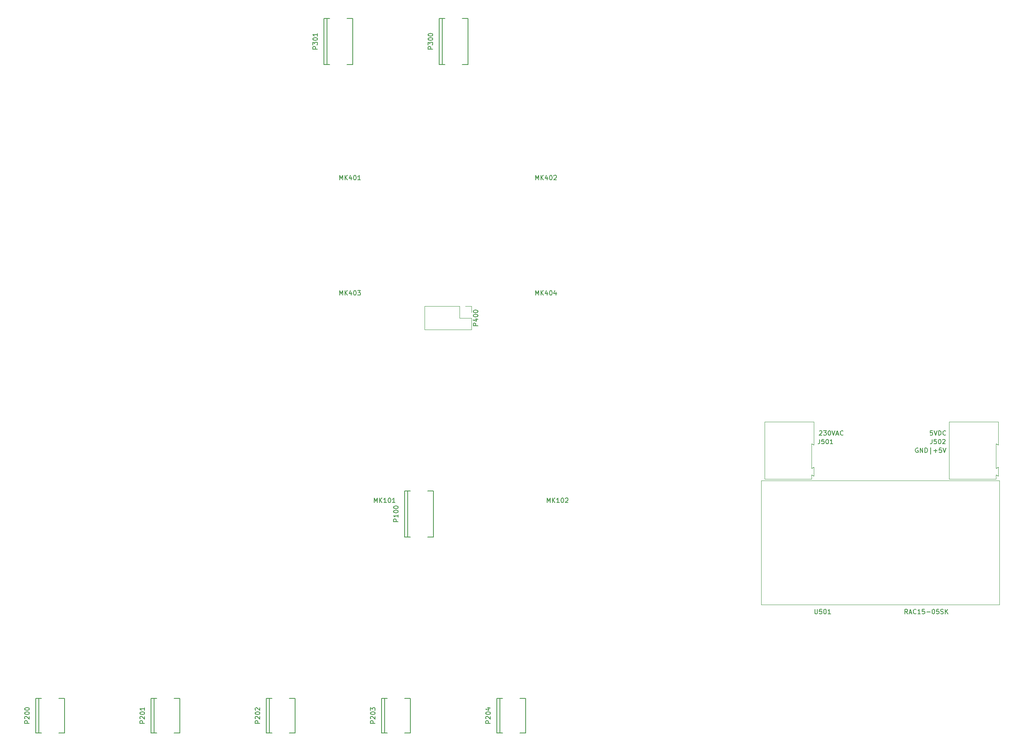
<source format=gto>
G04 #@! TF.FileFunction,Legend,Top*
%FSLAX46Y46*%
G04 Gerber Fmt 4.6, Leading zero omitted, Abs format (unit mm)*
G04 Created by KiCad (PCBNEW 4.0.6) date 11/03/19 16:58:40*
%MOMM*%
%LPD*%
G01*
G04 APERTURE LIST*
%ADD10C,0.100000*%
%ADD11C,0.150000*%
%ADD12C,0.120000*%
G04 APERTURE END LIST*
D10*
D11*
X219139286Y-96020000D02*
X219044048Y-95972381D01*
X218901191Y-95972381D01*
X218758333Y-96020000D01*
X218663095Y-96115238D01*
X218615476Y-96210476D01*
X218567857Y-96400952D01*
X218567857Y-96543810D01*
X218615476Y-96734286D01*
X218663095Y-96829524D01*
X218758333Y-96924762D01*
X218901191Y-96972381D01*
X218996429Y-96972381D01*
X219139286Y-96924762D01*
X219186905Y-96877143D01*
X219186905Y-96543810D01*
X218996429Y-96543810D01*
X219615476Y-96972381D02*
X219615476Y-95972381D01*
X220186905Y-96972381D01*
X220186905Y-95972381D01*
X220663095Y-96972381D02*
X220663095Y-95972381D01*
X220901190Y-95972381D01*
X221044048Y-96020000D01*
X221139286Y-96115238D01*
X221186905Y-96210476D01*
X221234524Y-96400952D01*
X221234524Y-96543810D01*
X221186905Y-96734286D01*
X221139286Y-96829524D01*
X221044048Y-96924762D01*
X220901190Y-96972381D01*
X220663095Y-96972381D01*
X221901190Y-97305714D02*
X221901190Y-95877143D01*
X222615476Y-96591429D02*
X223377381Y-96591429D01*
X222996429Y-96972381D02*
X222996429Y-96210476D01*
X224329762Y-95972381D02*
X223853571Y-95972381D01*
X223805952Y-96448571D01*
X223853571Y-96400952D01*
X223948809Y-96353333D01*
X224186905Y-96353333D01*
X224282143Y-96400952D01*
X224329762Y-96448571D01*
X224377381Y-96543810D01*
X224377381Y-96781905D01*
X224329762Y-96877143D01*
X224282143Y-96924762D01*
X224186905Y-96972381D01*
X223948809Y-96972381D01*
X223853571Y-96924762D01*
X223805952Y-96877143D01*
X224663095Y-95972381D02*
X224996428Y-96972381D01*
X225329762Y-95972381D01*
X106680000Y-105410000D02*
X106680000Y-115570000D01*
X111125000Y-105410000D02*
X112395000Y-105410000D01*
X107315000Y-115570000D02*
X106045000Y-115570000D01*
X106045000Y-115570000D02*
X106045000Y-105410000D01*
X106045000Y-105410000D02*
X107315000Y-105410000D01*
X112395000Y-105410000D02*
X112395000Y-115570000D01*
X112395000Y-115570000D02*
X111125000Y-115570000D01*
X25400000Y-151130000D02*
X25400000Y-158750000D01*
X29845000Y-151130000D02*
X31115000Y-151130000D01*
X26035000Y-158750000D02*
X24765000Y-158750000D01*
X24765000Y-158750000D02*
X24765000Y-151130000D01*
X24765000Y-151130000D02*
X26035000Y-151130000D01*
X31115000Y-151130000D02*
X31115000Y-158750000D01*
X31115000Y-158750000D02*
X29845000Y-158750000D01*
X50800000Y-151130000D02*
X50800000Y-158750000D01*
X55245000Y-151130000D02*
X56515000Y-151130000D01*
X51435000Y-158750000D02*
X50165000Y-158750000D01*
X50165000Y-158750000D02*
X50165000Y-151130000D01*
X50165000Y-151130000D02*
X51435000Y-151130000D01*
X56515000Y-151130000D02*
X56515000Y-158750000D01*
X56515000Y-158750000D02*
X55245000Y-158750000D01*
X76200000Y-151130000D02*
X76200000Y-158750000D01*
X80645000Y-151130000D02*
X81915000Y-151130000D01*
X76835000Y-158750000D02*
X75565000Y-158750000D01*
X75565000Y-158750000D02*
X75565000Y-151130000D01*
X75565000Y-151130000D02*
X76835000Y-151130000D01*
X81915000Y-151130000D02*
X81915000Y-158750000D01*
X81915000Y-158750000D02*
X80645000Y-158750000D01*
X101600000Y-151130000D02*
X101600000Y-158750000D01*
X106045000Y-151130000D02*
X107315000Y-151130000D01*
X102235000Y-158750000D02*
X100965000Y-158750000D01*
X100965000Y-158750000D02*
X100965000Y-151130000D01*
X100965000Y-151130000D02*
X102235000Y-151130000D01*
X107315000Y-151130000D02*
X107315000Y-158750000D01*
X107315000Y-158750000D02*
X106045000Y-158750000D01*
X127000000Y-151130000D02*
X127000000Y-158750000D01*
X131445000Y-151130000D02*
X132715000Y-151130000D01*
X127635000Y-158750000D02*
X126365000Y-158750000D01*
X126365000Y-158750000D02*
X126365000Y-151130000D01*
X126365000Y-151130000D02*
X127635000Y-151130000D01*
X132715000Y-151130000D02*
X132715000Y-158750000D01*
X132715000Y-158750000D02*
X131445000Y-158750000D01*
X114300000Y-1270000D02*
X114300000Y-11430000D01*
X118745000Y-1270000D02*
X120015000Y-1270000D01*
X114935000Y-11430000D02*
X113665000Y-11430000D01*
X113665000Y-11430000D02*
X113665000Y-1270000D01*
X113665000Y-1270000D02*
X114935000Y-1270000D01*
X120015000Y-1270000D02*
X120015000Y-11430000D01*
X120015000Y-11430000D02*
X118745000Y-11430000D01*
X88900000Y-1270000D02*
X88900000Y-11430000D01*
X93345000Y-1270000D02*
X94615000Y-1270000D01*
X89535000Y-11430000D02*
X88265000Y-11430000D01*
X88265000Y-11430000D02*
X88265000Y-1270000D01*
X88265000Y-1270000D02*
X89535000Y-1270000D01*
X94615000Y-1270000D02*
X94615000Y-11430000D01*
X94615000Y-11430000D02*
X93345000Y-11430000D01*
D12*
X110430000Y-64710000D02*
X110430000Y-69910000D01*
X118110000Y-64710000D02*
X110430000Y-64710000D01*
X120710000Y-69910000D02*
X110430000Y-69910000D01*
X118110000Y-64710000D02*
X118110000Y-67310000D01*
X118110000Y-67310000D02*
X120710000Y-67310000D01*
X120710000Y-67310000D02*
X120710000Y-69910000D01*
X119380000Y-64710000D02*
X120710000Y-64710000D01*
X120710000Y-64710000D02*
X120710000Y-66040000D01*
X185310000Y-90220000D02*
X185310000Y-102820000D01*
X185310000Y-102820000D02*
X195660000Y-102820000D01*
X195660000Y-102820000D02*
X195660000Y-101870000D01*
X195660000Y-101870000D02*
X196160000Y-102120000D01*
X196160000Y-102120000D02*
X196160000Y-100220000D01*
X196160000Y-100220000D02*
X196160000Y-100170000D01*
X196160000Y-100170000D02*
X195660000Y-100420000D01*
X195660000Y-100420000D02*
X195660000Y-95020000D01*
X195660000Y-95020000D02*
X196160000Y-95320000D01*
X196160000Y-95320000D02*
X196160000Y-90220000D01*
X196160000Y-90220000D02*
X185310000Y-90220000D01*
X225950000Y-90220000D02*
X225950000Y-102820000D01*
X225950000Y-102820000D02*
X236300000Y-102820000D01*
X236300000Y-102820000D02*
X236300000Y-101870000D01*
X236300000Y-101870000D02*
X236800000Y-102120000D01*
X236800000Y-102120000D02*
X236800000Y-100220000D01*
X236800000Y-100220000D02*
X236800000Y-100170000D01*
X236800000Y-100170000D02*
X236300000Y-100420000D01*
X236300000Y-100420000D02*
X236300000Y-95020000D01*
X236300000Y-95020000D02*
X236800000Y-95320000D01*
X236800000Y-95320000D02*
X236800000Y-90220000D01*
X236800000Y-90220000D02*
X225950000Y-90220000D01*
X184570000Y-103140000D02*
X237070000Y-103140000D01*
X237070000Y-103140000D02*
X237070000Y-130540000D01*
X237070000Y-130540000D02*
X184570000Y-130540000D01*
X184570000Y-130540000D02*
X184570000Y-103140000D01*
D11*
X104592381Y-112180476D02*
X103592381Y-112180476D01*
X103592381Y-111799523D01*
X103640000Y-111704285D01*
X103687619Y-111656666D01*
X103782857Y-111609047D01*
X103925714Y-111609047D01*
X104020952Y-111656666D01*
X104068571Y-111704285D01*
X104116190Y-111799523D01*
X104116190Y-112180476D01*
X104592381Y-110656666D02*
X104592381Y-111228095D01*
X104592381Y-110942381D02*
X103592381Y-110942381D01*
X103735238Y-111037619D01*
X103830476Y-111132857D01*
X103878095Y-111228095D01*
X103592381Y-110037619D02*
X103592381Y-109942380D01*
X103640000Y-109847142D01*
X103687619Y-109799523D01*
X103782857Y-109751904D01*
X103973333Y-109704285D01*
X104211429Y-109704285D01*
X104401905Y-109751904D01*
X104497143Y-109799523D01*
X104544762Y-109847142D01*
X104592381Y-109942380D01*
X104592381Y-110037619D01*
X104544762Y-110132857D01*
X104497143Y-110180476D01*
X104401905Y-110228095D01*
X104211429Y-110275714D01*
X103973333Y-110275714D01*
X103782857Y-110228095D01*
X103687619Y-110180476D01*
X103640000Y-110132857D01*
X103592381Y-110037619D01*
X103592381Y-109085238D02*
X103592381Y-108989999D01*
X103640000Y-108894761D01*
X103687619Y-108847142D01*
X103782857Y-108799523D01*
X103973333Y-108751904D01*
X104211429Y-108751904D01*
X104401905Y-108799523D01*
X104497143Y-108847142D01*
X104544762Y-108894761D01*
X104592381Y-108989999D01*
X104592381Y-109085238D01*
X104544762Y-109180476D01*
X104497143Y-109228095D01*
X104401905Y-109275714D01*
X104211429Y-109323333D01*
X103973333Y-109323333D01*
X103782857Y-109275714D01*
X103687619Y-109228095D01*
X103640000Y-109180476D01*
X103592381Y-109085238D01*
X23312381Y-156630476D02*
X22312381Y-156630476D01*
X22312381Y-156249523D01*
X22360000Y-156154285D01*
X22407619Y-156106666D01*
X22502857Y-156059047D01*
X22645714Y-156059047D01*
X22740952Y-156106666D01*
X22788571Y-156154285D01*
X22836190Y-156249523D01*
X22836190Y-156630476D01*
X22407619Y-155678095D02*
X22360000Y-155630476D01*
X22312381Y-155535238D01*
X22312381Y-155297142D01*
X22360000Y-155201904D01*
X22407619Y-155154285D01*
X22502857Y-155106666D01*
X22598095Y-155106666D01*
X22740952Y-155154285D01*
X23312381Y-155725714D01*
X23312381Y-155106666D01*
X22312381Y-154487619D02*
X22312381Y-154392380D01*
X22360000Y-154297142D01*
X22407619Y-154249523D01*
X22502857Y-154201904D01*
X22693333Y-154154285D01*
X22931429Y-154154285D01*
X23121905Y-154201904D01*
X23217143Y-154249523D01*
X23264762Y-154297142D01*
X23312381Y-154392380D01*
X23312381Y-154487619D01*
X23264762Y-154582857D01*
X23217143Y-154630476D01*
X23121905Y-154678095D01*
X22931429Y-154725714D01*
X22693333Y-154725714D01*
X22502857Y-154678095D01*
X22407619Y-154630476D01*
X22360000Y-154582857D01*
X22312381Y-154487619D01*
X22312381Y-153535238D02*
X22312381Y-153439999D01*
X22360000Y-153344761D01*
X22407619Y-153297142D01*
X22502857Y-153249523D01*
X22693333Y-153201904D01*
X22931429Y-153201904D01*
X23121905Y-153249523D01*
X23217143Y-153297142D01*
X23264762Y-153344761D01*
X23312381Y-153439999D01*
X23312381Y-153535238D01*
X23264762Y-153630476D01*
X23217143Y-153678095D01*
X23121905Y-153725714D01*
X22931429Y-153773333D01*
X22693333Y-153773333D01*
X22502857Y-153725714D01*
X22407619Y-153678095D01*
X22360000Y-153630476D01*
X22312381Y-153535238D01*
X48712381Y-156630476D02*
X47712381Y-156630476D01*
X47712381Y-156249523D01*
X47760000Y-156154285D01*
X47807619Y-156106666D01*
X47902857Y-156059047D01*
X48045714Y-156059047D01*
X48140952Y-156106666D01*
X48188571Y-156154285D01*
X48236190Y-156249523D01*
X48236190Y-156630476D01*
X47807619Y-155678095D02*
X47760000Y-155630476D01*
X47712381Y-155535238D01*
X47712381Y-155297142D01*
X47760000Y-155201904D01*
X47807619Y-155154285D01*
X47902857Y-155106666D01*
X47998095Y-155106666D01*
X48140952Y-155154285D01*
X48712381Y-155725714D01*
X48712381Y-155106666D01*
X47712381Y-154487619D02*
X47712381Y-154392380D01*
X47760000Y-154297142D01*
X47807619Y-154249523D01*
X47902857Y-154201904D01*
X48093333Y-154154285D01*
X48331429Y-154154285D01*
X48521905Y-154201904D01*
X48617143Y-154249523D01*
X48664762Y-154297142D01*
X48712381Y-154392380D01*
X48712381Y-154487619D01*
X48664762Y-154582857D01*
X48617143Y-154630476D01*
X48521905Y-154678095D01*
X48331429Y-154725714D01*
X48093333Y-154725714D01*
X47902857Y-154678095D01*
X47807619Y-154630476D01*
X47760000Y-154582857D01*
X47712381Y-154487619D01*
X48712381Y-153201904D02*
X48712381Y-153773333D01*
X48712381Y-153487619D02*
X47712381Y-153487619D01*
X47855238Y-153582857D01*
X47950476Y-153678095D01*
X47998095Y-153773333D01*
X74112381Y-156630476D02*
X73112381Y-156630476D01*
X73112381Y-156249523D01*
X73160000Y-156154285D01*
X73207619Y-156106666D01*
X73302857Y-156059047D01*
X73445714Y-156059047D01*
X73540952Y-156106666D01*
X73588571Y-156154285D01*
X73636190Y-156249523D01*
X73636190Y-156630476D01*
X73207619Y-155678095D02*
X73160000Y-155630476D01*
X73112381Y-155535238D01*
X73112381Y-155297142D01*
X73160000Y-155201904D01*
X73207619Y-155154285D01*
X73302857Y-155106666D01*
X73398095Y-155106666D01*
X73540952Y-155154285D01*
X74112381Y-155725714D01*
X74112381Y-155106666D01*
X73112381Y-154487619D02*
X73112381Y-154392380D01*
X73160000Y-154297142D01*
X73207619Y-154249523D01*
X73302857Y-154201904D01*
X73493333Y-154154285D01*
X73731429Y-154154285D01*
X73921905Y-154201904D01*
X74017143Y-154249523D01*
X74064762Y-154297142D01*
X74112381Y-154392380D01*
X74112381Y-154487619D01*
X74064762Y-154582857D01*
X74017143Y-154630476D01*
X73921905Y-154678095D01*
X73731429Y-154725714D01*
X73493333Y-154725714D01*
X73302857Y-154678095D01*
X73207619Y-154630476D01*
X73160000Y-154582857D01*
X73112381Y-154487619D01*
X73207619Y-153773333D02*
X73160000Y-153725714D01*
X73112381Y-153630476D01*
X73112381Y-153392380D01*
X73160000Y-153297142D01*
X73207619Y-153249523D01*
X73302857Y-153201904D01*
X73398095Y-153201904D01*
X73540952Y-153249523D01*
X74112381Y-153820952D01*
X74112381Y-153201904D01*
X99512381Y-156630476D02*
X98512381Y-156630476D01*
X98512381Y-156249523D01*
X98560000Y-156154285D01*
X98607619Y-156106666D01*
X98702857Y-156059047D01*
X98845714Y-156059047D01*
X98940952Y-156106666D01*
X98988571Y-156154285D01*
X99036190Y-156249523D01*
X99036190Y-156630476D01*
X98607619Y-155678095D02*
X98560000Y-155630476D01*
X98512381Y-155535238D01*
X98512381Y-155297142D01*
X98560000Y-155201904D01*
X98607619Y-155154285D01*
X98702857Y-155106666D01*
X98798095Y-155106666D01*
X98940952Y-155154285D01*
X99512381Y-155725714D01*
X99512381Y-155106666D01*
X98512381Y-154487619D02*
X98512381Y-154392380D01*
X98560000Y-154297142D01*
X98607619Y-154249523D01*
X98702857Y-154201904D01*
X98893333Y-154154285D01*
X99131429Y-154154285D01*
X99321905Y-154201904D01*
X99417143Y-154249523D01*
X99464762Y-154297142D01*
X99512381Y-154392380D01*
X99512381Y-154487619D01*
X99464762Y-154582857D01*
X99417143Y-154630476D01*
X99321905Y-154678095D01*
X99131429Y-154725714D01*
X98893333Y-154725714D01*
X98702857Y-154678095D01*
X98607619Y-154630476D01*
X98560000Y-154582857D01*
X98512381Y-154487619D01*
X98512381Y-153820952D02*
X98512381Y-153201904D01*
X98893333Y-153535238D01*
X98893333Y-153392380D01*
X98940952Y-153297142D01*
X98988571Y-153249523D01*
X99083810Y-153201904D01*
X99321905Y-153201904D01*
X99417143Y-153249523D01*
X99464762Y-153297142D01*
X99512381Y-153392380D01*
X99512381Y-153678095D01*
X99464762Y-153773333D01*
X99417143Y-153820952D01*
X124912381Y-156630476D02*
X123912381Y-156630476D01*
X123912381Y-156249523D01*
X123960000Y-156154285D01*
X124007619Y-156106666D01*
X124102857Y-156059047D01*
X124245714Y-156059047D01*
X124340952Y-156106666D01*
X124388571Y-156154285D01*
X124436190Y-156249523D01*
X124436190Y-156630476D01*
X124007619Y-155678095D02*
X123960000Y-155630476D01*
X123912381Y-155535238D01*
X123912381Y-155297142D01*
X123960000Y-155201904D01*
X124007619Y-155154285D01*
X124102857Y-155106666D01*
X124198095Y-155106666D01*
X124340952Y-155154285D01*
X124912381Y-155725714D01*
X124912381Y-155106666D01*
X123912381Y-154487619D02*
X123912381Y-154392380D01*
X123960000Y-154297142D01*
X124007619Y-154249523D01*
X124102857Y-154201904D01*
X124293333Y-154154285D01*
X124531429Y-154154285D01*
X124721905Y-154201904D01*
X124817143Y-154249523D01*
X124864762Y-154297142D01*
X124912381Y-154392380D01*
X124912381Y-154487619D01*
X124864762Y-154582857D01*
X124817143Y-154630476D01*
X124721905Y-154678095D01*
X124531429Y-154725714D01*
X124293333Y-154725714D01*
X124102857Y-154678095D01*
X124007619Y-154630476D01*
X123960000Y-154582857D01*
X123912381Y-154487619D01*
X124245714Y-153297142D02*
X124912381Y-153297142D01*
X123864762Y-153535238D02*
X124579048Y-153773333D01*
X124579048Y-153154285D01*
X112212381Y-8040476D02*
X111212381Y-8040476D01*
X111212381Y-7659523D01*
X111260000Y-7564285D01*
X111307619Y-7516666D01*
X111402857Y-7469047D01*
X111545714Y-7469047D01*
X111640952Y-7516666D01*
X111688571Y-7564285D01*
X111736190Y-7659523D01*
X111736190Y-8040476D01*
X111212381Y-7135714D02*
X111212381Y-6516666D01*
X111593333Y-6850000D01*
X111593333Y-6707142D01*
X111640952Y-6611904D01*
X111688571Y-6564285D01*
X111783810Y-6516666D01*
X112021905Y-6516666D01*
X112117143Y-6564285D01*
X112164762Y-6611904D01*
X112212381Y-6707142D01*
X112212381Y-6992857D01*
X112164762Y-7088095D01*
X112117143Y-7135714D01*
X111212381Y-5897619D02*
X111212381Y-5802380D01*
X111260000Y-5707142D01*
X111307619Y-5659523D01*
X111402857Y-5611904D01*
X111593333Y-5564285D01*
X111831429Y-5564285D01*
X112021905Y-5611904D01*
X112117143Y-5659523D01*
X112164762Y-5707142D01*
X112212381Y-5802380D01*
X112212381Y-5897619D01*
X112164762Y-5992857D01*
X112117143Y-6040476D01*
X112021905Y-6088095D01*
X111831429Y-6135714D01*
X111593333Y-6135714D01*
X111402857Y-6088095D01*
X111307619Y-6040476D01*
X111260000Y-5992857D01*
X111212381Y-5897619D01*
X111212381Y-4945238D02*
X111212381Y-4849999D01*
X111260000Y-4754761D01*
X111307619Y-4707142D01*
X111402857Y-4659523D01*
X111593333Y-4611904D01*
X111831429Y-4611904D01*
X112021905Y-4659523D01*
X112117143Y-4707142D01*
X112164762Y-4754761D01*
X112212381Y-4849999D01*
X112212381Y-4945238D01*
X112164762Y-5040476D01*
X112117143Y-5088095D01*
X112021905Y-5135714D01*
X111831429Y-5183333D01*
X111593333Y-5183333D01*
X111402857Y-5135714D01*
X111307619Y-5088095D01*
X111260000Y-5040476D01*
X111212381Y-4945238D01*
X86812381Y-8040476D02*
X85812381Y-8040476D01*
X85812381Y-7659523D01*
X85860000Y-7564285D01*
X85907619Y-7516666D01*
X86002857Y-7469047D01*
X86145714Y-7469047D01*
X86240952Y-7516666D01*
X86288571Y-7564285D01*
X86336190Y-7659523D01*
X86336190Y-8040476D01*
X85812381Y-7135714D02*
X85812381Y-6516666D01*
X86193333Y-6850000D01*
X86193333Y-6707142D01*
X86240952Y-6611904D01*
X86288571Y-6564285D01*
X86383810Y-6516666D01*
X86621905Y-6516666D01*
X86717143Y-6564285D01*
X86764762Y-6611904D01*
X86812381Y-6707142D01*
X86812381Y-6992857D01*
X86764762Y-7088095D01*
X86717143Y-7135714D01*
X85812381Y-5897619D02*
X85812381Y-5802380D01*
X85860000Y-5707142D01*
X85907619Y-5659523D01*
X86002857Y-5611904D01*
X86193333Y-5564285D01*
X86431429Y-5564285D01*
X86621905Y-5611904D01*
X86717143Y-5659523D01*
X86764762Y-5707142D01*
X86812381Y-5802380D01*
X86812381Y-5897619D01*
X86764762Y-5992857D01*
X86717143Y-6040476D01*
X86621905Y-6088095D01*
X86431429Y-6135714D01*
X86193333Y-6135714D01*
X86002857Y-6088095D01*
X85907619Y-6040476D01*
X85860000Y-5992857D01*
X85812381Y-5897619D01*
X86812381Y-4611904D02*
X86812381Y-5183333D01*
X86812381Y-4897619D02*
X85812381Y-4897619D01*
X85955238Y-4992857D01*
X86050476Y-5088095D01*
X86098095Y-5183333D01*
X122162381Y-69000476D02*
X121162381Y-69000476D01*
X121162381Y-68619523D01*
X121210000Y-68524285D01*
X121257619Y-68476666D01*
X121352857Y-68429047D01*
X121495714Y-68429047D01*
X121590952Y-68476666D01*
X121638571Y-68524285D01*
X121686190Y-68619523D01*
X121686190Y-69000476D01*
X121495714Y-67571904D02*
X122162381Y-67571904D01*
X121114762Y-67810000D02*
X121829048Y-68048095D01*
X121829048Y-67429047D01*
X121162381Y-66857619D02*
X121162381Y-66762380D01*
X121210000Y-66667142D01*
X121257619Y-66619523D01*
X121352857Y-66571904D01*
X121543333Y-66524285D01*
X121781429Y-66524285D01*
X121971905Y-66571904D01*
X122067143Y-66619523D01*
X122114762Y-66667142D01*
X122162381Y-66762380D01*
X122162381Y-66857619D01*
X122114762Y-66952857D01*
X122067143Y-67000476D01*
X121971905Y-67048095D01*
X121781429Y-67095714D01*
X121543333Y-67095714D01*
X121352857Y-67048095D01*
X121257619Y-67000476D01*
X121210000Y-66952857D01*
X121162381Y-66857619D01*
X121162381Y-65905238D02*
X121162381Y-65809999D01*
X121210000Y-65714761D01*
X121257619Y-65667142D01*
X121352857Y-65619523D01*
X121543333Y-65571904D01*
X121781429Y-65571904D01*
X121971905Y-65619523D01*
X122067143Y-65667142D01*
X122114762Y-65714761D01*
X122162381Y-65809999D01*
X122162381Y-65905238D01*
X122114762Y-66000476D01*
X122067143Y-66048095D01*
X121971905Y-66095714D01*
X121781429Y-66143333D01*
X121543333Y-66143333D01*
X121352857Y-66095714D01*
X121257619Y-66048095D01*
X121210000Y-66000476D01*
X121162381Y-65905238D01*
X91718095Y-36892381D02*
X91718095Y-35892381D01*
X92051429Y-36606667D01*
X92384762Y-35892381D01*
X92384762Y-36892381D01*
X92860952Y-36892381D02*
X92860952Y-35892381D01*
X93432381Y-36892381D02*
X93003809Y-36320952D01*
X93432381Y-35892381D02*
X92860952Y-36463810D01*
X94289524Y-36225714D02*
X94289524Y-36892381D01*
X94051428Y-35844762D02*
X93813333Y-36559048D01*
X94432381Y-36559048D01*
X95003809Y-35892381D02*
X95099048Y-35892381D01*
X95194286Y-35940000D01*
X95241905Y-35987619D01*
X95289524Y-36082857D01*
X95337143Y-36273333D01*
X95337143Y-36511429D01*
X95289524Y-36701905D01*
X95241905Y-36797143D01*
X95194286Y-36844762D01*
X95099048Y-36892381D01*
X95003809Y-36892381D01*
X94908571Y-36844762D01*
X94860952Y-36797143D01*
X94813333Y-36701905D01*
X94765714Y-36511429D01*
X94765714Y-36273333D01*
X94813333Y-36082857D01*
X94860952Y-35987619D01*
X94908571Y-35940000D01*
X95003809Y-35892381D01*
X96289524Y-36892381D02*
X95718095Y-36892381D01*
X96003809Y-36892381D02*
X96003809Y-35892381D01*
X95908571Y-36035238D01*
X95813333Y-36130476D01*
X95718095Y-36178095D01*
X134898095Y-36892381D02*
X134898095Y-35892381D01*
X135231429Y-36606667D01*
X135564762Y-35892381D01*
X135564762Y-36892381D01*
X136040952Y-36892381D02*
X136040952Y-35892381D01*
X136612381Y-36892381D02*
X136183809Y-36320952D01*
X136612381Y-35892381D02*
X136040952Y-36463810D01*
X137469524Y-36225714D02*
X137469524Y-36892381D01*
X137231428Y-35844762D02*
X136993333Y-36559048D01*
X137612381Y-36559048D01*
X138183809Y-35892381D02*
X138279048Y-35892381D01*
X138374286Y-35940000D01*
X138421905Y-35987619D01*
X138469524Y-36082857D01*
X138517143Y-36273333D01*
X138517143Y-36511429D01*
X138469524Y-36701905D01*
X138421905Y-36797143D01*
X138374286Y-36844762D01*
X138279048Y-36892381D01*
X138183809Y-36892381D01*
X138088571Y-36844762D01*
X138040952Y-36797143D01*
X137993333Y-36701905D01*
X137945714Y-36511429D01*
X137945714Y-36273333D01*
X137993333Y-36082857D01*
X138040952Y-35987619D01*
X138088571Y-35940000D01*
X138183809Y-35892381D01*
X138898095Y-35987619D02*
X138945714Y-35940000D01*
X139040952Y-35892381D01*
X139279048Y-35892381D01*
X139374286Y-35940000D01*
X139421905Y-35987619D01*
X139469524Y-36082857D01*
X139469524Y-36178095D01*
X139421905Y-36320952D01*
X138850476Y-36892381D01*
X139469524Y-36892381D01*
X91718095Y-62292381D02*
X91718095Y-61292381D01*
X92051429Y-62006667D01*
X92384762Y-61292381D01*
X92384762Y-62292381D01*
X92860952Y-62292381D02*
X92860952Y-61292381D01*
X93432381Y-62292381D02*
X93003809Y-61720952D01*
X93432381Y-61292381D02*
X92860952Y-61863810D01*
X94289524Y-61625714D02*
X94289524Y-62292381D01*
X94051428Y-61244762D02*
X93813333Y-61959048D01*
X94432381Y-61959048D01*
X95003809Y-61292381D02*
X95099048Y-61292381D01*
X95194286Y-61340000D01*
X95241905Y-61387619D01*
X95289524Y-61482857D01*
X95337143Y-61673333D01*
X95337143Y-61911429D01*
X95289524Y-62101905D01*
X95241905Y-62197143D01*
X95194286Y-62244762D01*
X95099048Y-62292381D01*
X95003809Y-62292381D01*
X94908571Y-62244762D01*
X94860952Y-62197143D01*
X94813333Y-62101905D01*
X94765714Y-61911429D01*
X94765714Y-61673333D01*
X94813333Y-61482857D01*
X94860952Y-61387619D01*
X94908571Y-61340000D01*
X95003809Y-61292381D01*
X95670476Y-61292381D02*
X96289524Y-61292381D01*
X95956190Y-61673333D01*
X96099048Y-61673333D01*
X96194286Y-61720952D01*
X96241905Y-61768571D01*
X96289524Y-61863810D01*
X96289524Y-62101905D01*
X96241905Y-62197143D01*
X96194286Y-62244762D01*
X96099048Y-62292381D01*
X95813333Y-62292381D01*
X95718095Y-62244762D01*
X95670476Y-62197143D01*
X134898095Y-62292381D02*
X134898095Y-61292381D01*
X135231429Y-62006667D01*
X135564762Y-61292381D01*
X135564762Y-62292381D01*
X136040952Y-62292381D02*
X136040952Y-61292381D01*
X136612381Y-62292381D02*
X136183809Y-61720952D01*
X136612381Y-61292381D02*
X136040952Y-61863810D01*
X137469524Y-61625714D02*
X137469524Y-62292381D01*
X137231428Y-61244762D02*
X136993333Y-61959048D01*
X137612381Y-61959048D01*
X138183809Y-61292381D02*
X138279048Y-61292381D01*
X138374286Y-61340000D01*
X138421905Y-61387619D01*
X138469524Y-61482857D01*
X138517143Y-61673333D01*
X138517143Y-61911429D01*
X138469524Y-62101905D01*
X138421905Y-62197143D01*
X138374286Y-62244762D01*
X138279048Y-62292381D01*
X138183809Y-62292381D01*
X138088571Y-62244762D01*
X138040952Y-62197143D01*
X137993333Y-62101905D01*
X137945714Y-61911429D01*
X137945714Y-61673333D01*
X137993333Y-61482857D01*
X138040952Y-61387619D01*
X138088571Y-61340000D01*
X138183809Y-61292381D01*
X139374286Y-61625714D02*
X139374286Y-62292381D01*
X139136190Y-61244762D02*
X138898095Y-61959048D01*
X139517143Y-61959048D01*
X99338095Y-108012381D02*
X99338095Y-107012381D01*
X99671429Y-107726667D01*
X100004762Y-107012381D01*
X100004762Y-108012381D01*
X100480952Y-108012381D02*
X100480952Y-107012381D01*
X101052381Y-108012381D02*
X100623809Y-107440952D01*
X101052381Y-107012381D02*
X100480952Y-107583810D01*
X102004762Y-108012381D02*
X101433333Y-108012381D01*
X101719047Y-108012381D02*
X101719047Y-107012381D01*
X101623809Y-107155238D01*
X101528571Y-107250476D01*
X101433333Y-107298095D01*
X102623809Y-107012381D02*
X102719048Y-107012381D01*
X102814286Y-107060000D01*
X102861905Y-107107619D01*
X102909524Y-107202857D01*
X102957143Y-107393333D01*
X102957143Y-107631429D01*
X102909524Y-107821905D01*
X102861905Y-107917143D01*
X102814286Y-107964762D01*
X102719048Y-108012381D01*
X102623809Y-108012381D01*
X102528571Y-107964762D01*
X102480952Y-107917143D01*
X102433333Y-107821905D01*
X102385714Y-107631429D01*
X102385714Y-107393333D01*
X102433333Y-107202857D01*
X102480952Y-107107619D01*
X102528571Y-107060000D01*
X102623809Y-107012381D01*
X103909524Y-108012381D02*
X103338095Y-108012381D01*
X103623809Y-108012381D02*
X103623809Y-107012381D01*
X103528571Y-107155238D01*
X103433333Y-107250476D01*
X103338095Y-107298095D01*
X137438095Y-108012381D02*
X137438095Y-107012381D01*
X137771429Y-107726667D01*
X138104762Y-107012381D01*
X138104762Y-108012381D01*
X138580952Y-108012381D02*
X138580952Y-107012381D01*
X139152381Y-108012381D02*
X138723809Y-107440952D01*
X139152381Y-107012381D02*
X138580952Y-107583810D01*
X140104762Y-108012381D02*
X139533333Y-108012381D01*
X139819047Y-108012381D02*
X139819047Y-107012381D01*
X139723809Y-107155238D01*
X139628571Y-107250476D01*
X139533333Y-107298095D01*
X140723809Y-107012381D02*
X140819048Y-107012381D01*
X140914286Y-107060000D01*
X140961905Y-107107619D01*
X141009524Y-107202857D01*
X141057143Y-107393333D01*
X141057143Y-107631429D01*
X141009524Y-107821905D01*
X140961905Y-107917143D01*
X140914286Y-107964762D01*
X140819048Y-108012381D01*
X140723809Y-108012381D01*
X140628571Y-107964762D01*
X140580952Y-107917143D01*
X140533333Y-107821905D01*
X140485714Y-107631429D01*
X140485714Y-107393333D01*
X140533333Y-107202857D01*
X140580952Y-107107619D01*
X140628571Y-107060000D01*
X140723809Y-107012381D01*
X141438095Y-107107619D02*
X141485714Y-107060000D01*
X141580952Y-107012381D01*
X141819048Y-107012381D01*
X141914286Y-107060000D01*
X141961905Y-107107619D01*
X142009524Y-107202857D01*
X142009524Y-107298095D01*
X141961905Y-107440952D01*
X141390476Y-108012381D01*
X142009524Y-108012381D01*
X197469286Y-94067381D02*
X197469286Y-94781667D01*
X197421666Y-94924524D01*
X197326428Y-95019762D01*
X197183571Y-95067381D01*
X197088333Y-95067381D01*
X198421667Y-94067381D02*
X197945476Y-94067381D01*
X197897857Y-94543571D01*
X197945476Y-94495952D01*
X198040714Y-94448333D01*
X198278810Y-94448333D01*
X198374048Y-94495952D01*
X198421667Y-94543571D01*
X198469286Y-94638810D01*
X198469286Y-94876905D01*
X198421667Y-94972143D01*
X198374048Y-95019762D01*
X198278810Y-95067381D01*
X198040714Y-95067381D01*
X197945476Y-95019762D01*
X197897857Y-94972143D01*
X199088333Y-94067381D02*
X199183572Y-94067381D01*
X199278810Y-94115000D01*
X199326429Y-94162619D01*
X199374048Y-94257857D01*
X199421667Y-94448333D01*
X199421667Y-94686429D01*
X199374048Y-94876905D01*
X199326429Y-94972143D01*
X199278810Y-95019762D01*
X199183572Y-95067381D01*
X199088333Y-95067381D01*
X198993095Y-95019762D01*
X198945476Y-94972143D01*
X198897857Y-94876905D01*
X198850238Y-94686429D01*
X198850238Y-94448333D01*
X198897857Y-94257857D01*
X198945476Y-94162619D01*
X198993095Y-94115000D01*
X199088333Y-94067381D01*
X200374048Y-95067381D02*
X199802619Y-95067381D01*
X200088333Y-95067381D02*
X200088333Y-94067381D01*
X199993095Y-94210238D01*
X199897857Y-94305476D01*
X199802619Y-94353095D01*
X197429762Y-92257619D02*
X197477381Y-92210000D01*
X197572619Y-92162381D01*
X197810715Y-92162381D01*
X197905953Y-92210000D01*
X197953572Y-92257619D01*
X198001191Y-92352857D01*
X198001191Y-92448095D01*
X197953572Y-92590952D01*
X197382143Y-93162381D01*
X198001191Y-93162381D01*
X198334524Y-92162381D02*
X198953572Y-92162381D01*
X198620238Y-92543333D01*
X198763096Y-92543333D01*
X198858334Y-92590952D01*
X198905953Y-92638571D01*
X198953572Y-92733810D01*
X198953572Y-92971905D01*
X198905953Y-93067143D01*
X198858334Y-93114762D01*
X198763096Y-93162381D01*
X198477381Y-93162381D01*
X198382143Y-93114762D01*
X198334524Y-93067143D01*
X199572619Y-92162381D02*
X199667858Y-92162381D01*
X199763096Y-92210000D01*
X199810715Y-92257619D01*
X199858334Y-92352857D01*
X199905953Y-92543333D01*
X199905953Y-92781429D01*
X199858334Y-92971905D01*
X199810715Y-93067143D01*
X199763096Y-93114762D01*
X199667858Y-93162381D01*
X199572619Y-93162381D01*
X199477381Y-93114762D01*
X199429762Y-93067143D01*
X199382143Y-92971905D01*
X199334524Y-92781429D01*
X199334524Y-92543333D01*
X199382143Y-92352857D01*
X199429762Y-92257619D01*
X199477381Y-92210000D01*
X199572619Y-92162381D01*
X200191667Y-92162381D02*
X200525000Y-93162381D01*
X200858334Y-92162381D01*
X201144048Y-92876667D02*
X201620239Y-92876667D01*
X201048810Y-93162381D02*
X201382143Y-92162381D01*
X201715477Y-93162381D01*
X202620239Y-93067143D02*
X202572620Y-93114762D01*
X202429763Y-93162381D01*
X202334525Y-93162381D01*
X202191667Y-93114762D01*
X202096429Y-93019524D01*
X202048810Y-92924286D01*
X202001191Y-92733810D01*
X202001191Y-92590952D01*
X202048810Y-92400476D01*
X202096429Y-92305238D01*
X202191667Y-92210000D01*
X202334525Y-92162381D01*
X202429763Y-92162381D01*
X202572620Y-92210000D01*
X202620239Y-92257619D01*
X222234286Y-94067381D02*
X222234286Y-94781667D01*
X222186666Y-94924524D01*
X222091428Y-95019762D01*
X221948571Y-95067381D01*
X221853333Y-95067381D01*
X223186667Y-94067381D02*
X222710476Y-94067381D01*
X222662857Y-94543571D01*
X222710476Y-94495952D01*
X222805714Y-94448333D01*
X223043810Y-94448333D01*
X223139048Y-94495952D01*
X223186667Y-94543571D01*
X223234286Y-94638810D01*
X223234286Y-94876905D01*
X223186667Y-94972143D01*
X223139048Y-95019762D01*
X223043810Y-95067381D01*
X222805714Y-95067381D01*
X222710476Y-95019762D01*
X222662857Y-94972143D01*
X223853333Y-94067381D02*
X223948572Y-94067381D01*
X224043810Y-94115000D01*
X224091429Y-94162619D01*
X224139048Y-94257857D01*
X224186667Y-94448333D01*
X224186667Y-94686429D01*
X224139048Y-94876905D01*
X224091429Y-94972143D01*
X224043810Y-95019762D01*
X223948572Y-95067381D01*
X223853333Y-95067381D01*
X223758095Y-95019762D01*
X223710476Y-94972143D01*
X223662857Y-94876905D01*
X223615238Y-94686429D01*
X223615238Y-94448333D01*
X223662857Y-94257857D01*
X223710476Y-94162619D01*
X223758095Y-94115000D01*
X223853333Y-94067381D01*
X224567619Y-94162619D02*
X224615238Y-94115000D01*
X224710476Y-94067381D01*
X224948572Y-94067381D01*
X225043810Y-94115000D01*
X225091429Y-94162619D01*
X225139048Y-94257857D01*
X225139048Y-94353095D01*
X225091429Y-94495952D01*
X224520000Y-95067381D01*
X225139048Y-95067381D01*
X222329524Y-92162381D02*
X221853333Y-92162381D01*
X221805714Y-92638571D01*
X221853333Y-92590952D01*
X221948571Y-92543333D01*
X222186667Y-92543333D01*
X222281905Y-92590952D01*
X222329524Y-92638571D01*
X222377143Y-92733810D01*
X222377143Y-92971905D01*
X222329524Y-93067143D01*
X222281905Y-93114762D01*
X222186667Y-93162381D01*
X221948571Y-93162381D01*
X221853333Y-93114762D01*
X221805714Y-93067143D01*
X222662857Y-92162381D02*
X222996190Y-93162381D01*
X223329524Y-92162381D01*
X223662857Y-93162381D02*
X223662857Y-92162381D01*
X223900952Y-92162381D01*
X224043810Y-92210000D01*
X224139048Y-92305238D01*
X224186667Y-92400476D01*
X224234286Y-92590952D01*
X224234286Y-92733810D01*
X224186667Y-92924286D01*
X224139048Y-93019524D01*
X224043810Y-93114762D01*
X223900952Y-93162381D01*
X223662857Y-93162381D01*
X225234286Y-93067143D02*
X225186667Y-93114762D01*
X225043810Y-93162381D01*
X224948572Y-93162381D01*
X224805714Y-93114762D01*
X224710476Y-93019524D01*
X224662857Y-92924286D01*
X224615238Y-92733810D01*
X224615238Y-92590952D01*
X224662857Y-92400476D01*
X224710476Y-92305238D01*
X224805714Y-92210000D01*
X224948572Y-92162381D01*
X225043810Y-92162381D01*
X225186667Y-92210000D01*
X225234286Y-92257619D01*
X196405714Y-131532381D02*
X196405714Y-132341905D01*
X196453333Y-132437143D01*
X196500952Y-132484762D01*
X196596190Y-132532381D01*
X196786667Y-132532381D01*
X196881905Y-132484762D01*
X196929524Y-132437143D01*
X196977143Y-132341905D01*
X196977143Y-131532381D01*
X197929524Y-131532381D02*
X197453333Y-131532381D01*
X197405714Y-132008571D01*
X197453333Y-131960952D01*
X197548571Y-131913333D01*
X197786667Y-131913333D01*
X197881905Y-131960952D01*
X197929524Y-132008571D01*
X197977143Y-132103810D01*
X197977143Y-132341905D01*
X197929524Y-132437143D01*
X197881905Y-132484762D01*
X197786667Y-132532381D01*
X197548571Y-132532381D01*
X197453333Y-132484762D01*
X197405714Y-132437143D01*
X198596190Y-131532381D02*
X198691429Y-131532381D01*
X198786667Y-131580000D01*
X198834286Y-131627619D01*
X198881905Y-131722857D01*
X198929524Y-131913333D01*
X198929524Y-132151429D01*
X198881905Y-132341905D01*
X198834286Y-132437143D01*
X198786667Y-132484762D01*
X198691429Y-132532381D01*
X198596190Y-132532381D01*
X198500952Y-132484762D01*
X198453333Y-132437143D01*
X198405714Y-132341905D01*
X198358095Y-132151429D01*
X198358095Y-131913333D01*
X198405714Y-131722857D01*
X198453333Y-131627619D01*
X198500952Y-131580000D01*
X198596190Y-131532381D01*
X199881905Y-132532381D02*
X199310476Y-132532381D01*
X199596190Y-132532381D02*
X199596190Y-131532381D01*
X199500952Y-131675238D01*
X199405714Y-131770476D01*
X199310476Y-131818095D01*
X216860953Y-132532381D02*
X216527619Y-132056190D01*
X216289524Y-132532381D02*
X216289524Y-131532381D01*
X216670477Y-131532381D01*
X216765715Y-131580000D01*
X216813334Y-131627619D01*
X216860953Y-131722857D01*
X216860953Y-131865714D01*
X216813334Y-131960952D01*
X216765715Y-132008571D01*
X216670477Y-132056190D01*
X216289524Y-132056190D01*
X217241905Y-132246667D02*
X217718096Y-132246667D01*
X217146667Y-132532381D02*
X217480000Y-131532381D01*
X217813334Y-132532381D01*
X218718096Y-132437143D02*
X218670477Y-132484762D01*
X218527620Y-132532381D01*
X218432382Y-132532381D01*
X218289524Y-132484762D01*
X218194286Y-132389524D01*
X218146667Y-132294286D01*
X218099048Y-132103810D01*
X218099048Y-131960952D01*
X218146667Y-131770476D01*
X218194286Y-131675238D01*
X218289524Y-131580000D01*
X218432382Y-131532381D01*
X218527620Y-131532381D01*
X218670477Y-131580000D01*
X218718096Y-131627619D01*
X219670477Y-132532381D02*
X219099048Y-132532381D01*
X219384762Y-132532381D02*
X219384762Y-131532381D01*
X219289524Y-131675238D01*
X219194286Y-131770476D01*
X219099048Y-131818095D01*
X220575239Y-131532381D02*
X220099048Y-131532381D01*
X220051429Y-132008571D01*
X220099048Y-131960952D01*
X220194286Y-131913333D01*
X220432382Y-131913333D01*
X220527620Y-131960952D01*
X220575239Y-132008571D01*
X220622858Y-132103810D01*
X220622858Y-132341905D01*
X220575239Y-132437143D01*
X220527620Y-132484762D01*
X220432382Y-132532381D01*
X220194286Y-132532381D01*
X220099048Y-132484762D01*
X220051429Y-132437143D01*
X221051429Y-132151429D02*
X221813334Y-132151429D01*
X222480000Y-131532381D02*
X222575239Y-131532381D01*
X222670477Y-131580000D01*
X222718096Y-131627619D01*
X222765715Y-131722857D01*
X222813334Y-131913333D01*
X222813334Y-132151429D01*
X222765715Y-132341905D01*
X222718096Y-132437143D01*
X222670477Y-132484762D01*
X222575239Y-132532381D01*
X222480000Y-132532381D01*
X222384762Y-132484762D01*
X222337143Y-132437143D01*
X222289524Y-132341905D01*
X222241905Y-132151429D01*
X222241905Y-131913333D01*
X222289524Y-131722857D01*
X222337143Y-131627619D01*
X222384762Y-131580000D01*
X222480000Y-131532381D01*
X223718096Y-131532381D02*
X223241905Y-131532381D01*
X223194286Y-132008571D01*
X223241905Y-131960952D01*
X223337143Y-131913333D01*
X223575239Y-131913333D01*
X223670477Y-131960952D01*
X223718096Y-132008571D01*
X223765715Y-132103810D01*
X223765715Y-132341905D01*
X223718096Y-132437143D01*
X223670477Y-132484762D01*
X223575239Y-132532381D01*
X223337143Y-132532381D01*
X223241905Y-132484762D01*
X223194286Y-132437143D01*
X224146667Y-132484762D02*
X224289524Y-132532381D01*
X224527620Y-132532381D01*
X224622858Y-132484762D01*
X224670477Y-132437143D01*
X224718096Y-132341905D01*
X224718096Y-132246667D01*
X224670477Y-132151429D01*
X224622858Y-132103810D01*
X224527620Y-132056190D01*
X224337143Y-132008571D01*
X224241905Y-131960952D01*
X224194286Y-131913333D01*
X224146667Y-131818095D01*
X224146667Y-131722857D01*
X224194286Y-131627619D01*
X224241905Y-131580000D01*
X224337143Y-131532381D01*
X224575239Y-131532381D01*
X224718096Y-131580000D01*
X225146667Y-132532381D02*
X225146667Y-131532381D01*
X225718096Y-132532381D02*
X225289524Y-131960952D01*
X225718096Y-131532381D02*
X225146667Y-132103810D01*
M02*

</source>
